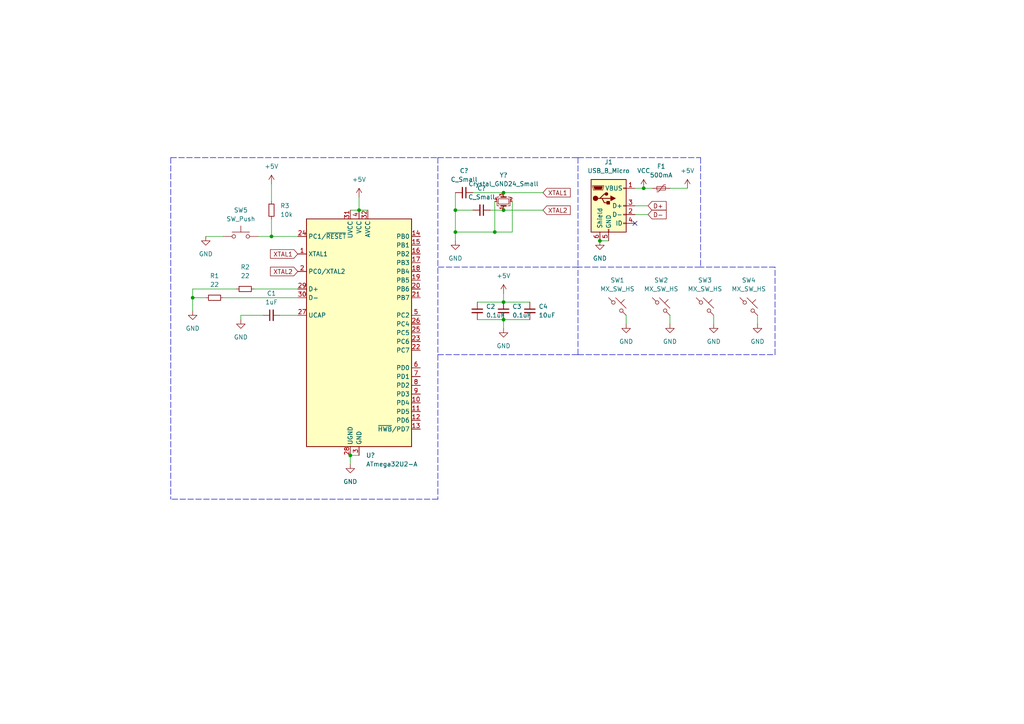
<source format=kicad_sch>
(kicad_sch (version 20211123) (generator eeschema)
  (paper "A4")
  (lib_symbols
    (symbol "Connector:USB_B_Micro" (pin_names (offset 1.016))
      (property "Reference" "J" (at -5.08 11.43 0))
      (property "Value" "USB_B_Micro" (at -5.08 8.89 0))
      (symbol "USB_B_Micro_0_1"
        (rectangle (start -5.08 -7.62) (end 5.08 7.62) (stroke (width 0.254)) (fill (type background)))
        (circle (center -3.81 2.159) (radius 0.635) (stroke (width 0.254)) (fill (type outline)))
        (circle (center -0.635 3.429) (radius 0.381) (stroke (width 0.254)) (fill (type outline)))
        (rectangle (start -0.127 -7.62) (end 0.127 -6.858))
        (polyline (pts (xy -1.905 2.159) (xy 0.635 2.159)) (stroke (width 0.254)))
        (polyline (pts (xy -3.175 2.159) (xy -2.54 2.159) (xy -1.27 3.429) (xy -0.635 3.429)) (stroke (width 0.254)))
        (polyline (pts (xy -2.54 2.159) (xy -1.905 2.159) (xy -1.27 0.889) (xy 0 0.889)) (stroke (width 0.254)))
        (polyline (pts (xy 0.635 2.794) (xy 0.635 1.524) (xy 1.905 2.159) (xy 0.635 2.794)) (stroke (width 0.254)) (fill (type outline)))
        (polyline (pts (xy -4.318 5.588) (xy -1.778 5.588) (xy -2.032 4.826) (xy -4.064 4.826) (xy -4.318 5.588)) (fill (type outline)))
        (polyline (pts (xy -4.699 5.842) (xy -4.699 5.588) (xy -4.445 4.826) (xy -4.445 4.572) (xy -1.651 4.572) (xy -1.651 4.826) (xy -1.397 5.588) (xy -1.397 5.842) (xy -4.699 5.842)))
        (rectangle (start 0.254 1.27) (end -0.508 0.508) (stroke (width 0.254)) (fill (type outline)))
        (rectangle (start 5.08 -5.207) (end 4.318 -4.953))
        (rectangle (start 5.08 -2.667) (end 4.318 -2.413))
        (rectangle (start 5.08 -0.127) (end 4.318 0.127))
        (rectangle (start 5.08 4.953) (end 4.318 5.207))
      )
      (symbol "USB_B_Micro_1_1"
        (pin power_out line (at 7.62 5.08 180) (length 2.54) (name "VBUS") (number "1"))
        (pin bidirectional line (at 7.62 -2.54 180) (length 2.54) (name "D-") (number "2"))
        (pin bidirectional line (at 7.62 0 180) (length 2.54) (name "D+") (number "3"))
        (pin passive line (at 7.62 -5.08 180) (length 2.54) (name "ID") (number "4"))
        (pin power_out line (at 0 -10.16 90) (length 2.54) (name "GND") (number "5"))
        (pin passive line (at -2.54 -10.16 90) (length 2.54) (name "Shield") (number "6"))
      )
    )
    (symbol "Device:C_Small" (pin_numbers hide) (pin_names (offset 0.254) hide)
      (property "Reference" "C" (at 0.254 1.778 0))
      (property "Value" "C_Small" (at 0.254 -2.032 0))
      (symbol "C_Small_0_1"
        (polyline (pts (xy -1.524 -0.508) (xy 1.524 -0.508)) (stroke (width 0.3302)))
        (polyline (pts (xy -1.524 0.508) (xy 1.524 0.508)) (stroke (width 0.3048)))
      )
      (symbol "C_Small_1_1"
        (pin passive line (at 0 2.54 270) (length 2.032) (name "~") (number "1"))
        (pin passive line (at 0 -2.54 90) (length 2.032) (name "~") (number "2"))
      )
    )
    (symbol "Device:Crystal_GND24_Small" (pin_names (offset 1.016) hide)
      (property "Reference" "Y" (at 1.27 4.445 0))
      (property "Value" "Crystal_GND24_Small" (at 1.27 2.54 0))
      (symbol "Crystal_GND24_Small_0_1"
        (rectangle (start -0.762 -1.524) (end 0.762 1.524))
        (polyline (pts (xy -1.27 -0.762) (xy -1.27 0.762)) (stroke (width 0.381)))
        (polyline (pts (xy 1.27 -0.762) (xy 1.27 0.762)) (stroke (width 0.381)))
        (polyline (pts (xy -1.27 -1.27) (xy -1.27 -1.905) (xy 1.27 -1.905) (xy 1.27 -1.27)))
        (polyline (pts (xy -1.27 1.27) (xy -1.27 1.905) (xy 1.27 1.905) (xy 1.27 1.27)))
      )
      (symbol "Crystal_GND24_Small_1_1"
        (pin passive line (at -2.54 0 0) (length 1.27) (name "1") (number "1"))
        (pin passive line (at 0 -2.54 90) (length 0.635) (name "2") (number "2"))
        (pin passive line (at 2.54 0 180) (length 1.27) (name "3") (number "3"))
        (pin passive line (at 0 2.54 270) (length 0.635) (name "4") (number "4"))
      )
    )
    (symbol "Device:Polyfuse_Small" (pin_numbers hide) (pin_names (offset 0))
      (property "Reference" "F" (at -1.905 0 90))
      (property "Value" "Polyfuse_Small" (at 1.905 0 90))
      (symbol "Polyfuse_Small_0_1"
        (rectangle (start -0.508 1.27) (end 0.508 -1.27))
        (polyline (pts (xy 0 2.54) (xy 0 -2.54)))
        (polyline (pts (xy -1.016 1.27) (xy -1.016 0.762) (xy 1.016 -0.762) (xy 1.016 -1.27)))
      )
      (symbol "Polyfuse_Small_1_1"
        (pin passive line (at 0 2.54 270) (length 0.635) (name "~") (number "1"))
        (pin passive line (at 0 -2.54 90) (length 0.635) (name "~") (number "2"))
      )
    )
    (symbol "Device:R_Small" (pin_numbers hide) (pin_names (offset 0.254) hide)
      (property "Reference" "R" (at 0.762 0.508 0))
      (property "Value" "R_Small" (at 0.762 -1.016 0))
      (symbol "R_Small_0_1"
        (rectangle (start -0.762 1.778) (end 0.762 -1.778) (stroke (width 0.2032)))
      )
      (symbol "R_Small_1_1"
        (pin passive line (at 0 2.54 270) (length 0.762) (name "~") (number "1"))
        (pin passive line (at 0 -2.54 90) (length 0.762) (name "~") (number "2"))
      )
    )
    (symbol "MCU_Microchip_ATmega:ATmega32U2-A"
      (property "Reference" "U" (at -15.24 34.29 0))
      (property "Value" "ATmega32U2-A" (at 2.54 -34.29 0))
      (symbol "ATmega32U2-A_0_1"
        (rectangle (start -15.24 -33.02) (end 15.24 33.02) (stroke (width 0.254)) (fill (type background)))
      )
      (symbol "ATmega32U2-A_1_1"
        (pin input line (at -17.78 22.86 0) (length 2.54) (name "XTAL1") (number "1"))
        (pin bidirectional line (at 17.78 -20.32 180) (length 2.54) (name "PD4") (number "10"))
        (pin bidirectional line (at 17.78 -22.86 180) (length 2.54) (name "PD5") (number "11"))
        (pin bidirectional line (at 17.78 -25.4 180) (length 2.54) (name "PD6") (number "12"))
        (pin bidirectional line (at 17.78 -27.94 180) (length 2.54) (name "~{HWB}/PD7") (number "13"))
        (pin bidirectional line (at 17.78 27.94 180) (length 2.54) (name "PB0") (number "14"))
        (pin bidirectional line (at 17.78 25.4 180) (length 2.54) (name "PB1") (number "15"))
        (pin bidirectional line (at 17.78 22.86 180) (length 2.54) (name "PB2") (number "16"))
        (pin bidirectional line (at 17.78 20.32 180) (length 2.54) (name "PB3") (number "17"))
        (pin bidirectional line (at 17.78 17.78 180) (length 2.54) (name "PB4") (number "18"))
        (pin bidirectional line (at 17.78 15.24 180) (length 2.54) (name "PB5") (number "19"))
        (pin bidirectional line (at -17.78 17.78 0) (length 2.54) (name "PC0/XTAL2") (number "2"))
        (pin bidirectional line (at 17.78 12.7 180) (length 2.54) (name "PB6") (number "20"))
        (pin bidirectional line (at 17.78 10.16 180) (length 2.54) (name "PB7") (number "21"))
        (pin bidirectional line (at 17.78 -5.08 180) (length 2.54) (name "PC7") (number "22"))
        (pin bidirectional line (at 17.78 -2.54 180) (length 2.54) (name "PC6") (number "23"))
        (pin bidirectional line (at -17.78 27.94 0) (length 2.54) (name "PC1/~{RESET}") (number "24"))
        (pin bidirectional line (at 17.78 0 180) (length 2.54) (name "PC5") (number "25"))
        (pin bidirectional line (at 17.78 2.54 180) (length 2.54) (name "PC4") (number "26"))
        (pin passive line (at -17.78 5.08 0) (length 2.54) (name "UCAP") (number "27"))
        (pin power_in line (at -2.54 -35.56 90) (length 2.54) (name "UGND") (number "28"))
        (pin bidirectional line (at -17.78 12.7 0) (length 2.54) (name "D+") (number "29"))
        (pin power_in line (at 0 -35.56 90) (length 2.54) (name "GND") (number "3"))
        (pin bidirectional line (at -17.78 10.16 0) (length 2.54) (name "D-") (number "30"))
        (pin power_in line (at -2.54 35.56 270) (length 2.54) (name "UVCC") (number "31"))
        (pin power_in line (at 2.54 35.56 270) (length 2.54) (name "AVCC") (number "32"))
        (pin power_in line (at 0 35.56 270) (length 2.54) (name "VCC") (number "4"))
        (pin bidirectional line (at 17.78 5.08 180) (length 2.54) (name "PC2") (number "5"))
        (pin bidirectional line (at 17.78 -10.16 180) (length 2.54) (name "PD0") (number "6"))
        (pin bidirectional line (at 17.78 -12.7 180) (length 2.54) (name "PD1") (number "7"))
        (pin bidirectional line (at 17.78 -15.24 180) (length 2.54) (name "PD2") (number "8"))
        (pin bidirectional line (at 17.78 -17.78 180) (length 2.54) (name "PD3") (number "9"))
      )
    )
    (symbol "Switch:SW_Push" (pin_numbers hide) (pin_names (offset 1.016) hide)
      (property "Reference" "SW" (at 1.27 2.54 0))
      (property "Value" "SW_Push" (at 0 -1.524 0))
      (symbol "SW_Push_0_1"
        (circle (center -2.032 0) (radius 0.508))
        (polyline (pts (xy 0 1.27) (xy 0 3.048)))
        (polyline (pts (xy 2.54 1.27) (xy -2.54 1.27)))
        (circle (center 2.032 0) (radius 0.508))
        (pin passive line (at -5.08 0 0) (length 2.54) (name "1") (number "1"))
        (pin passive line (at 5.08 0 180) (length 2.54) (name "2") (number "2"))
      )
    )
    (symbol "marbastlib-mx:MX_SW_HS" (pin_numbers hide) (pin_names (offset 1.016) hide)
      (property "Reference" "SW" (at 3.048 1.016 0))
      (property "Value" "MX_SW_HS" (at 0 -3.81 0))
      (symbol "MX_SW_HS_0_1"
        (circle (center -1.1684 1.1684) (radius 0.508))
        (polyline (pts (xy -0.508 2.54) (xy 2.54 -0.508)))
        (polyline (pts (xy 1.016 1.016) (xy 2.032 2.032)))
        (polyline (pts (xy -2.54 2.54) (xy -1.524 1.524) (xy -1.524 1.524)))
        (polyline (pts (xy 1.524 -1.524) (xy 2.54 -2.54) (xy 2.54 -2.54) (xy 2.54 -2.54)))
        (circle (center 1.143 -1.1938) (radius 0.508))
        (pin passive line (at -2.54 2.54 0) (length 0) (name "1") (number "1"))
        (pin passive line (at 2.54 -2.54 180) (length 0) (name "2") (number "2"))
      )
    )
    (symbol "power:+5V" (power) (pin_names (offset 0))
      (property "Value" "+5V" (at 0 3.556 0))
      (symbol "+5V_0_1"
        (polyline (pts (xy -0.762 1.27) (xy 0 2.54)))
        (polyline (pts (xy 0 0) (xy 0 2.54)))
        (polyline (pts (xy 0 2.54) (xy 0.762 1.27)))
      )
      (symbol "+5V_1_1"
        (pin power_in line (at 0 0 90) (length 0) hide (name "+5V") (number "1"))
      )
    )
    (symbol "power:GND" (power) (pin_names (offset 0))
      (property "Value" "GND" (at 0 -3.81 0))
      (symbol "GND_0_1"
        (polyline (pts (xy 0 0) (xy 0 -1.27) (xy 1.27 -1.27) (xy 0 -2.54) (xy -1.27 -1.27) (xy 0 -1.27)))
      )
      (symbol "GND_1_1"
        (pin power_in line (at 0 0 270) (length 0) hide (name "GND") (number "1"))
      )
    )
    (symbol "power:VCC" (power) (pin_names (offset 0))
      (property "Value" "VCC" (at 0 3.81 0))
      (symbol "VCC_0_1"
        (polyline (pts (xy -0.762 1.27) (xy 0 2.54)))
        (polyline (pts (xy 0 0) (xy 0 2.54)))
        (polyline (pts (xy 0 2.54) (xy 0.762 1.27)))
      )
      (symbol "VCC_1_1"
        (pin power_in line (at 0 0 90) (length 0) hide (name "VCC") (number "1"))
      )
    )
  )
  (junction (at 146.05 87.63))
  (junction (at 186.69 54.61))
  (junction (at 173.99 69.85))
  (junction (at 78.74 68.58))
  (junction (at 146.05 60.96))
  (junction (at 101.6 132.08))
  (junction (at 132.08 60.96))
  (junction (at 146.05 55.88))
  (junction (at 55.88 86.36))
  (junction (at 143.51 67.31))
  (junction (at 104.14 60.96))
  (junction (at 132.08 67.31))
  (junction (at 146.05 92.71))
  (no_connect (at 184.15 64.77))
  (wire (pts (xy 194.31 54.61) (xy 199.39 54.61)))
  (wire (pts (xy 132.08 60.96) (xy 137.16 60.96)))
  (polyline (pts (xy 167.64 45.72) (xy 167.64 77.47)))
  (polyline (pts (xy 127 144.78) (xy 49.53 144.78)))
  (wire (pts (xy 64.77 86.36) (xy 86.36 86.36)))
  (wire (pts (xy 132.08 55.88) (xy 132.08 60.96)))
  (polyline (pts (xy 127 102.87) (xy 167.64 102.87)))
  (wire (pts (xy 138.43 87.63) (xy 146.05 87.63)))
  (wire (pts (xy 148.59 58.42) (xy 148.59 67.31)))
  (wire (pts (xy 55.88 83.82) (xy 55.88 86.36)))
  (wire (pts (xy 187.96 59.69) (xy 184.15 59.69)))
  (wire (pts (xy 55.88 86.36) (xy 59.69 86.36)))
  (wire (pts (xy 207.01 91.44) (xy 207.01 93.98)))
  (wire (pts (xy 146.05 60.96) (xy 157.48 60.96)))
  (polyline (pts (xy 224.79 77.47) (xy 203.2 77.47)))
  (wire (pts (xy 101.6 132.08) (xy 104.14 132.08)))
  (wire (pts (xy 143.51 67.31) (xy 148.59 67.31)))
  (wire (pts (xy 69.85 91.44) (xy 69.85 92.71)))
  (wire (pts (xy 137.16 55.88) (xy 146.05 55.88)))
  (wire (pts (xy 59.69 68.58) (xy 64.77 68.58)))
  (wire (pts (xy 78.74 68.58) (xy 78.74 63.5)))
  (polyline (pts (xy 127 45.72) (xy 167.64 45.72)))
  (wire (pts (xy 55.88 83.82) (xy 68.58 83.82)))
  (wire (pts (xy 181.61 91.44) (xy 181.61 93.98)))
  (wire (pts (xy 184.15 54.61) (xy 186.69 54.61)))
  (wire (pts (xy 78.74 53.34) (xy 78.74 58.42)))
  (polyline (pts (xy 167.64 102.87) (xy 167.64 77.47)))
  (wire (pts (xy 132.08 67.31) (xy 132.08 69.85)))
  (polyline (pts (xy 167.64 45.72) (xy 203.2 45.72)))
  (wire (pts (xy 146.05 92.71) (xy 153.67 92.71)))
  (polyline (pts (xy 167.64 77.47) (xy 127 77.47)))
  (wire (pts (xy 146.05 92.71) (xy 146.05 95.25)))
  (polyline (pts (xy 127 45.72) (xy 127 144.78)))
  (polyline (pts (xy 49.53 45.72) (xy 127 45.72)))
  (polyline (pts (xy 167.64 102.87) (xy 224.79 102.87)))
  (wire (pts (xy 132.08 67.31) (xy 143.51 67.31)))
  (polyline (pts (xy 224.79 102.87) (xy 224.79 77.47)))
  (wire (pts (xy 146.05 85.09) (xy 146.05 87.63)))
  (wire (pts (xy 78.74 68.58) (xy 86.36 68.58)))
  (polyline (pts (xy 203.2 45.72) (xy 203.2 77.47)))
  (wire (pts (xy 104.14 57.15) (xy 104.14 60.96)))
  (wire (pts (xy 187.96 62.23) (xy 184.15 62.23)))
  (wire (pts (xy 101.6 60.96) (xy 104.14 60.96)))
  (wire (pts (xy 142.24 60.96) (xy 146.05 60.96)))
  (wire (pts (xy 74.93 68.58) (xy 78.74 68.58)))
  (wire (pts (xy 55.88 86.36) (xy 55.88 90.17)))
  (polyline (pts (xy 203.2 77.47) (xy 167.64 77.47)))
  (wire (pts (xy 146.05 55.88) (xy 157.48 55.88)))
  (wire (pts (xy 104.14 60.96) (xy 106.68 60.96)))
  (wire (pts (xy 186.69 54.61) (xy 189.23 54.61)))
  (wire (pts (xy 219.71 91.44) (xy 219.71 93.98)))
  (wire (pts (xy 101.6 132.08) (xy 101.6 134.62)))
  (wire (pts (xy 143.51 58.42) (xy 143.51 67.31)))
  (wire (pts (xy 81.28 91.44) (xy 86.36 91.44)))
  (wire (pts (xy 76.2 91.44) (xy 69.85 91.44)))
  (wire (pts (xy 146.05 87.63) (xy 153.67 87.63)))
  (wire (pts (xy 138.43 92.71) (xy 146.05 92.71)))
  (wire (pts (xy 194.31 91.44) (xy 194.31 93.98)))
  (wire (pts (xy 73.66 83.82) (xy 86.36 83.82)))
  (polyline (pts (xy 49.53 45.72) (xy 49.53 144.78)))
  (wire (pts (xy 132.08 60.96) (xy 132.08 67.31)))
  (wire (pts (xy 173.99 69.85) (xy 176.53 69.85)))
  (global_label "XTAL2" (shape input) (at 86.36 78.74 180) (property "Intersheet References" "${INTERSHEET_REFS}" (effects hide)))
  (global_label "XTAL1" (shape input) (at 157.48 55.88 0) (property "Intersheet References" "${INTERSHEET_REFS}" (effects hide)))
  (global_label "D+" (shape input) (at 187.96 59.69 0) (property "Intersheet References" "${INTERSHEET_REFS}" (effects hide)))
  (global_label "XTAL1" (shape input) (at 86.36 73.66 180) (property "Intersheet References" "${INTERSHEET_REFS}" (effects hide)))
  (global_label "D-" (shape input) (at 187.96 62.23 0) (property "Intersheet References" "${INTERSHEET_REFS}" (effects hide)))
  (global_label "XTAL2" (shape input) (at 157.48 60.96 0) (property "Intersheet References" "${INTERSHEET_REFS}" (effects hide)))
  (symbol (lib_id "power:+5V") (at 104.14 57.15 0) (unit 1)
    (property "Reference" "#PWR?" (effects hide))
    (property "Value" "+5V" (at 104.14 52.07 0))
  )
  (symbol (lib_id "Device:R_Small") (at 62.23 86.36 90) (unit 1)
    (property "Reference" "R1" (at 62.23 80.01 90))
    (property "Value" "22" (at 62.23 82.55 90))
  )
  (symbol (lib_id "Device:C_Small") (at 153.67 90.17 0) (unit 1)
    (property "Reference" "C4" (at 156.21 88.9062 0) (effects (justify left)))
    (property "Value" "10uF" (at 156.21 91.4462 0) (effects (justify left)))
  )
  (symbol (lib_id "power:GND") (at 69.85 92.71 0) (unit 1)
    (property "Reference" "#PWR?" (effects hide))
    (property "Value" "GND" (at 69.85 97.79 0))
  )
  (symbol (lib_id "marbastlib-mx:MX_SW_HS") (at 191.77 88.9 0) (unit 1)
    (property "Reference" "SW2" (at 191.77 81.28 0))
    (property "Value" "MX_SW_HS" (at 191.77 83.82 0))
    (property "Footprint" "marbastlib-mx:SW_MX_HS_1u" (effects hide))
  )
  (symbol (lib_id "marbastlib-mx:MX_SW_HS") (at 179.07 88.9 0) (unit 1)
    (property "Reference" "SW1" (at 179.07 81.28 0))
    (property "Value" "MX_SW_HS" (at 179.07 83.82 0))
    (property "Footprint" "marbastlib-mx:SW_MX_HS_1u" (effects hide))
  )
  (symbol (lib_id "MCU_Microchip_ATmega:ATmega32U2-A") (at 104.14 96.52 0) (unit 1)
    (property "Reference" "U?" (at 106.1594 132.08 0) (effects (justify left)))
    (property "Value" "ATmega32U2-A" (at 106.1594 134.62 0) (effects (justify left)))
    (property "Footprint" "Package_QFP:TQFP-32_7x7mm_P0.8mm" (effects hide))
    (property "Datasheet" "http://ww1.microchip.com/downloads/en/DeviceDoc/doc7799.pdf" (effects hide))
  )
  (symbol (lib_id "Device:R_Small") (at 78.74 60.96 0) (unit 1)
    (property "Reference" "R3" (at 81.28 59.6899 0) (effects (justify left)))
    (property "Value" "10k" (at 81.28 62.2299 0) (effects (justify left)))
  )
  (symbol (lib_id "power:GND") (at 194.31 93.98 0) (unit 1)
    (property "Reference" "#PWR?" (effects hide))
    (property "Value" "GND" (at 194.31 99.06 0))
  )
  (symbol (lib_id "Device:Crystal_GND24_Small") (at 146.05 58.42 90) (unit 1)
    (property "Reference" "Y?" (at 146.05 50.8 90))
    (property "Value" "Crystal_GND24_Small" (at 146.05 53.34 90))
  )
  (symbol (lib_id "power:VCC") (at 186.69 54.61 0) (unit 1)
    (property "Reference" "#PWR?" (effects hide))
    (property "Value" "VCC" (at 186.69 49.53 0))
  )
  (symbol (lib_id "power:GND") (at 132.08 69.85 0) (unit 1)
    (property "Reference" "#PWR?" (effects hide))
    (property "Value" "GND" (at 132.08 74.93 0))
  )
  (symbol (lib_id "Switch:SW_Push") (at 69.85 68.58 0) (unit 1)
    (property "Reference" "SW5" (at 69.85 60.96 0))
    (property "Value" "SW_Push" (at 69.85 63.5 0))
  )
  (symbol (lib_id "Device:C_Small") (at 139.7 60.96 270) (unit 1)
    (property "Reference" "C?" (at 139.6936 54.61 90))
    (property "Value" "C_Small" (at 139.6936 57.15 90))
  )
  (symbol (lib_id "Device:R_Small") (at 71.12 83.82 90) (unit 1)
    (property "Reference" "R2" (at 71.12 77.47 90))
    (property "Value" "22" (at 71.12 80.01 90))
  )
  (symbol (lib_id "power:+5V") (at 78.74 53.34 0) (unit 1)
    (property "Reference" "#PWR?" (effects hide))
    (property "Value" "+5V" (at 78.74 48.26 0))
  )
  (symbol (lib_id "Connector:USB_B_Micro") (at 176.53 59.69 0) (unit 1)
    (property "Reference" "J1" (at 176.53 46.99 0))
    (property "Value" "USB_B_Micro" (at 176.53 49.53 0))
  )
  (symbol (lib_id "power:GND") (at 101.6 134.62 0) (unit 1)
    (property "Reference" "#PWR?" (effects hide))
    (property "Value" "GND" (at 101.6 139.7 0))
  )
  (symbol (lib_id "Device:C_Small") (at 138.43 90.17 0) (unit 1)
    (property "Reference" "C2" (at 140.97 88.9062 0) (effects (justify left)))
    (property "Value" "0.1uF" (at 140.97 91.4462 0) (effects (justify left)))
  )
  (symbol (lib_id "marbastlib-mx:MX_SW_HS") (at 217.17 88.9 0) (unit 1)
    (property "Reference" "SW4" (at 217.17 81.28 0))
    (property "Value" "MX_SW_HS" (at 217.17 83.82 0))
    (property "Footprint" "marbastlib-mx:SW_MX_HS_1u" (effects hide))
  )
  (symbol (lib_id "Device:Polyfuse_Small") (at 191.77 54.61 270) (unit 1)
    (property "Reference" "F1" (at 191.77 48.26 90))
    (property "Value" "500mA" (at 191.77 50.8 90))
  )
  (symbol (lib_id "power:GND") (at 181.61 93.98 0) (unit 1)
    (property "Reference" "#PWR?" (effects hide))
    (property "Value" "GND" (at 181.61 99.06 0))
  )
  (symbol (lib_id "Device:C_Small") (at 134.62 55.88 270) (unit 1)
    (property "Reference" "C?" (at 134.6136 49.53 90))
    (property "Value" "C_Small" (at 134.6136 52.07 90))
  )
  (symbol (lib_id "power:GND") (at 146.05 95.25 0) (unit 1)
    (property "Reference" "#PWR?" (effects hide))
    (property "Value" "GND" (at 146.05 100.33 0))
  )
  (symbol (lib_id "power:GND") (at 173.99 69.85 0) (unit 1)
    (property "Reference" "#PWR?" (effects hide))
    (property "Value" "GND" (at 173.99 74.93 0))
  )
  (symbol (lib_id "Device:C_Small") (at 146.05 90.17 0) (unit 1)
    (property "Reference" "C3" (at 148.59 88.9062 0) (effects (justify left)))
    (property "Value" "0.1uF" (at 148.59 91.4462 0) (effects (justify left)))
  )
  (symbol (lib_id "power:GND") (at 59.69 68.58 0) (unit 1)
    (property "Reference" "#PWR?" (effects hide))
    (property "Value" "GND" (at 59.69 73.66 0))
  )
  (symbol (lib_id "power:GND") (at 207.01 93.98 0) (unit 1)
    (property "Reference" "#PWR?" (effects hide))
    (property "Value" "GND" (at 207.01 99.06 0))
  )
  (symbol (lib_id "marbastlib-mx:MX_SW_HS") (at 204.47 88.9 0) (unit 1)
    (property "Reference" "SW3" (at 204.47 81.28 0))
    (property "Value" "MX_SW_HS" (at 204.47 83.82 0))
    (property "Footprint" "marbastlib-mx:SW_MX_HS_1u" (effects hide))
  )
  (symbol (lib_id "power:+5V") (at 199.39 54.61 0) (unit 1)
    (property "Reference" "#PWR?" (effects hide))
    (property "Value" "+5V" (at 199.39 49.53 0))
  )
  (symbol (lib_id "power:GND") (at 55.88 90.17 0) (unit 1)
    (property "Reference" "#PWR?" (effects hide))
    (property "Value" "GND" (at 55.88 95.25 0))
  )
  (symbol (lib_id "power:GND") (at 219.71 93.98 0) (unit 1)
    (property "Reference" "#PWR?" (effects hide))
    (property "Value" "GND" (at 219.71 99.06 0))
  )
  (symbol (lib_id "Device:C_Small") (at 78.74 91.44 90) (unit 1)
    (property "Reference" "C1" (at 78.7463 85.09 90))
    (property "Value" "1uF" (at 78.7463 87.63 90))
  )
  (symbol (lib_id "power:+5V") (at 146.05 85.09 0) (unit 1)
    (property "Reference" "#PWR?" (effects hide))
    (property "Value" "+5V" (at 146.05 80.01 0))
  )
)
</source>
